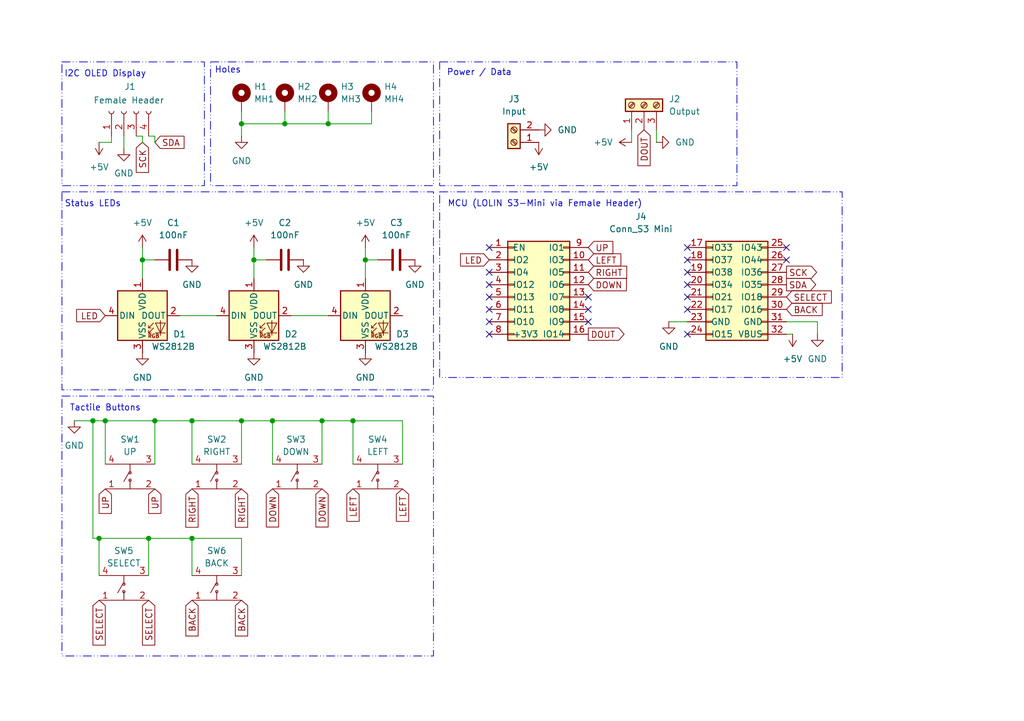
<source format=kicad_sch>
(kicad_sch (version 20250114) (generator "eeschema") (generator_version "9.0")
  (paper "A5")
  (title_block (title "System Control") (date "31.12.2025") (rev "MK2.1") (company "mars3142") (comment 3 "System Control Board for model railway") (comment 4 "Author: Peter Siegmund"))
  (lib_symbols
    (symbol "Connector:Conn_01x04_Socket" (pin_names (offset 1.016) (hide yes))
      (property "Reference" "J" (at 0 5.08 0))
      (property "Value" "Conn_01x04_Socket" (at 0 -7.62 0))
      (symbol "Conn_01x04_Socket_1_1"
        (polyline (pts (xy -1.27 2.54) (xy -0.508 2.54)) (stroke (width 0.1524)))
        (polyline (pts (xy -1.27 0) (xy -0.508 0)) (stroke (width 0.1524)))
        (polyline (pts (xy -1.27 -2.54) (xy -0.508 -2.54)) (stroke (width 0.1524)))
        (polyline (pts (xy -1.27 -5.08) (xy -0.508 -5.08)) (stroke (width 0.1524)))
        (arc (start 0 2.032) (mid -0.5058 2.54) (end 0 3.048) (stroke (width 0.1524)))
        (arc (start 0 -0.508) (mid -0.5058 0) (end 0 0.508) (stroke (width 0.1524)))
        (arc (start 0 -3.048) (mid -0.5058 -2.54) (end 0 -2.032) (stroke (width 0.1524)))
        (arc (start 0 -5.588) (mid -0.5058 -5.08) (end 0 -4.572) (stroke (width 0.1524)))
        (pin passive line (at -5.08 2.54 0) (length 3.81) (name "Pin_1") (number "1"))
        (pin passive line (at -5.08 0 0) (length 3.81) (name "Pin_2") (number "2"))
        (pin passive line (at -5.08 -2.54 0) (length 3.81) (name "Pin_3") (number "3"))
        (pin passive line (at -5.08 -5.08 0) (length 3.81) (name "Pin_4") (number "4"))
      )
    )
    (symbol "Connector:Screw_Terminal_01x02" (pin_names (offset 1.016) (hide yes))
      (property "Reference" "J" (at 0 2.54 0))
      (property "Value" "Screw_Terminal_01x02" (at 0 -5.08 0))
      (symbol "Screw_Terminal_01x02_1_1"
        (rectangle (start -1.27 1.27) (end 1.27 -3.81) (stroke (width 0.254)) (fill (type background)))
        (polyline (pts (xy -0.5334 0.3302) (xy 0.3302 -0.508)) (stroke (width 0.1524)))
        (polyline (pts (xy -0.5334 -2.2098) (xy 0.3302 -3.048)) (stroke (width 0.1524)))
        (polyline (pts (xy -0.3556 0.508) (xy 0.508 -0.3302)) (stroke (width 0.1524)))
        (polyline (pts (xy -0.3556 -2.032) (xy 0.508 -2.8702)) (stroke (width 0.1524)))
        (circle (center 0 0) (radius 0.635) (stroke (width 0.1524)))
        (circle (center 0 -2.54) (radius 0.635) (stroke (width 0.1524)))
        (pin passive line (at -5.08 0 0) (length 3.81) (name "Pin_1") (number "1"))
        (pin passive line (at -5.08 -2.54 0) (length 3.81) (name "Pin_2") (number "2"))
      )
    )
    (symbol "Connector:Screw_Terminal_01x03" (pin_names (offset 1.016) (hide yes))
      (property "Reference" "J" (at 0 5.08 0))
      (property "Value" "Screw_Terminal_01x03" (at 0 -5.08 0))
      (symbol "Screw_Terminal_01x03_1_1"
        (rectangle (start -1.27 3.81) (end 1.27 -3.81) (stroke (width 0.254)) (fill (type background)))
        (polyline (pts (xy -0.5334 2.8702) (xy 0.3302 2.032)) (stroke (width 0.1524)))
        (polyline (pts (xy -0.5334 0.3302) (xy 0.3302 -0.508)) (stroke (width 0.1524)))
        (polyline (pts (xy -0.5334 -2.2098) (xy 0.3302 -3.048)) (stroke (width 0.1524)))
        (polyline (pts (xy -0.3556 3.048) (xy 0.508 2.2098)) (stroke (width 0.1524)))
        (polyline (pts (xy -0.3556 0.508) (xy 0.508 -0.3302)) (stroke (width 0.1524)))
        (polyline (pts (xy -0.3556 -2.032) (xy 0.508 -2.8702)) (stroke (width 0.1524)))
        (circle (center 0 2.54) (radius 0.635) (stroke (width 0.1524)))
        (circle (center 0 0) (radius 0.635) (stroke (width 0.1524)))
        (circle (center 0 -2.54) (radius 0.635) (stroke (width 0.1524)))
        (pin passive line (at -5.08 2.54 0) (length 3.81) (name "Pin_1") (number "1"))
        (pin passive line (at -5.08 0 0) (length 3.81) (name "Pin_2") (number "2"))
        (pin passive line (at -5.08 -2.54 0) (length 3.81) (name "Pin_3") (number "3"))
      )
    )
    (symbol "Device:C" (pin_numbers (hide yes)) (pin_names (offset 0.254))
      (property "Reference" "C" (at 0.635 2.54 0))
      (property "Value" "C" (at 0.635 -2.54 0))
      (symbol "C_0_1"
        (polyline (pts (xy -2.032 0.762) (xy 2.032 0.762)) (stroke (width 0.508)))
        (polyline (pts (xy -2.032 -0.762) (xy 2.032 -0.762)) (stroke (width 0.508)))
      )
      (symbol "C_1_1"
        (pin passive line (at 0 3.81 270) (length 2.794) (name "~") (number "1"))
        (pin passive line (at 0 -3.81 90) (length 2.794) (name "~") (number "2"))
      )
    )
    (symbol "K2-6639DP-B4SW-04_1" (pin_names (hide yes))
      (property "Reference" "KEY" (at 0 7.62 0))
      (property "Value" "K2-6639DP-B4SW-04" (at 0 -7.62 0))
      (symbol "K2-6639DP-B4SW-04_1_0_1"
        (polyline (pts (xy -2.54 -2.54) (xy 2.54 -2.54)))
        (polyline (pts (xy -1.27 -1.02) (xy -0.25 0.76)))
        (polyline (pts (xy 0 2.54) (xy 0 0.76)))
        (circle (center 0 0.76) (radius 0.25))
        (circle (center 0 -0.76) (radius 0.25))
        (polyline (pts (xy 0 -1.52) (xy 0 -0.76)))
        (polyline (pts (xy 0 -2.54) (xy 0 -1.52)))
        (polyline (pts (xy 2.54 2.54) (xy -2.54 2.54)))
        (pin unspecified line (at -5.08 2.54 0) (length 2.54) (name "4") (number "4"))
        (pin unspecified line (at -5.08 -2.54 0) (length 2.54) (name "1") (number "1"))
        (pin unspecified line (at 5.08 2.54 180) (length 2.54) (name "3") (number "3"))
        (pin unspecified line (at 5.08 -2.54 180) (length 2.54) (name "2") (number "2"))
      )
    )
    (symbol "K2-6639DP-B4SW-04_2" (pin_names (hide yes))
      (property "Reference" "KEY" (at 0 7.62 0))
      (property "Value" "K2-6639DP-B4SW-04" (at 0 -7.62 0))
      (symbol "K2-6639DP-B4SW-04_2_0_1"
        (polyline (pts (xy -2.54 -2.54) (xy 2.54 -2.54)))
        (polyline (pts (xy -1.27 -1.02) (xy -0.25 0.76)))
        (polyline (pts (xy 0 2.54) (xy 0 0.76)))
        (circle (center 0 0.76) (radius 0.25))
        (circle (center 0 -0.76) (radius 0.25))
        (polyline (pts (xy 0 -1.52) (xy 0 -0.76)))
        (polyline (pts (xy 0 -2.54) (xy 0 -1.52)))
        (polyline (pts (xy 2.54 2.54) (xy -2.54 2.54)))
        (pin unspecified line (at -5.08 2.54 0) (length 2.54) (name "4") (number "4"))
        (pin unspecified line (at -5.08 -2.54 0) (length 2.54) (name "1") (number "1"))
        (pin unspecified line (at 5.08 2.54 180) (length 2.54) (name "3") (number "3"))
        (pin unspecified line (at 5.08 -2.54 180) (length 2.54) (name "2") (number "2"))
      )
    )
    (symbol "K2-6639DP-B4SW-04_3" (pin_names (hide yes))
      (property "Reference" "KEY" (at 0 7.62 0))
      (property "Value" "K2-6639DP-B4SW-04" (at 0 -7.62 0))
      (symbol "K2-6639DP-B4SW-04_3_0_1"
        (polyline (pts (xy -2.54 -2.54) (xy 2.54 -2.54)))
        (polyline (pts (xy -1.27 -1.02) (xy -0.25 0.76)))
        (polyline (pts (xy 0 2.54) (xy 0 0.76)))
        (circle (center 0 0.76) (radius 0.25))
        (circle (center 0 -0.76) (radius 0.25))
        (polyline (pts (xy 0 -1.52) (xy 0 -0.76)))
        (polyline (pts (xy 0 -2.54) (xy 0 -1.52)))
        (polyline (pts (xy 2.54 2.54) (xy -2.54 2.54)))
        (pin unspecified line (at -5.08 2.54 0) (length 2.54) (name "4") (number "4"))
        (pin unspecified line (at -5.08 -2.54 0) (length 2.54) (name "1") (number "1"))
        (pin unspecified line (at 5.08 2.54 180) (length 2.54) (name "3") (number "3"))
        (pin unspecified line (at 5.08 -2.54 180) (length 2.54) (name "2") (number "2"))
      )
    )
    (symbol "K2-6639DP-B4SW-04_4" (pin_names (hide yes))
      (property "Reference" "KEY" (at 0 7.62 0))
      (property "Value" "K2-6639DP-B4SW-04" (at 0 -7.62 0))
      (symbol "K2-6639DP-B4SW-04_4_0_1"
        (polyline (pts (xy -2.54 -2.54) (xy 2.54 -2.54)))
        (polyline (pts (xy -1.27 -1.02) (xy -0.25 0.76)))
        (polyline (pts (xy 0 2.54) (xy 0 0.76)))
        (circle (center 0 0.76) (radius 0.25))
        (circle (center 0 -0.76) (radius 0.25))
        (polyline (pts (xy 0 -1.52) (xy 0 -0.76)))
        (polyline (pts (xy 0 -2.54) (xy 0 -1.52)))
        (polyline (pts (xy 2.54 2.54) (xy -2.54 2.54)))
        (pin unspecified line (at -5.08 2.54 0) (length 2.54) (name "4") (number "4"))
        (pin unspecified line (at -5.08 -2.54 0) (length 2.54) (name "1") (number "1"))
        (pin unspecified line (at 5.08 2.54 180) (length 2.54) (name "3") (number "3"))
        (pin unspecified line (at 5.08 -2.54 180) (length 2.54) (name "2") (number "2"))
      )
    )
    (symbol "K2-6639DP-B4SW-04_5" (pin_names (hide yes))
      (property "Reference" "KEY" (at 0 7.62 0))
      (property "Value" "K2-6639DP-B4SW-04" (at 0 -7.62 0))
      (symbol "K2-6639DP-B4SW-04_5_0_1"
        (polyline (pts (xy -2.54 -2.54) (xy 2.54 -2.54)))
        (polyline (pts (xy -1.27 -1.02) (xy -0.25 0.76)))
        (polyline (pts (xy 0 2.54) (xy 0 0.76)))
        (circle (center 0 0.76) (radius 0.25))
        (circle (center 0 -0.76) (radius 0.25))
        (polyline (pts (xy 0 -1.52) (xy 0 -0.76)))
        (polyline (pts (xy 0 -2.54) (xy 0 -1.52)))
        (polyline (pts (xy 2.54 2.54) (xy -2.54 2.54)))
        (pin unspecified line (at -5.08 2.54 0) (length 2.54) (name "4") (number "4"))
        (pin unspecified line (at -5.08 -2.54 0) (length 2.54) (name "1") (number "1"))
        (pin unspecified line (at 5.08 2.54 180) (length 2.54) (name "3") (number "3"))
        (pin unspecified line (at 5.08 -2.54 180) (length 2.54) (name "2") (number "2"))
      )
    )
    (symbol "LED:WS2812B" (pin_names (offset 0.254))
      (property "Reference" "D" (at 5.08 5.715 0))
      (property "Value" "WS2812B" (at 1.27 -5.715 0))
      (symbol "WS2812B_0_0"
        (text "RGB" (at 2.286 -4.191 0) (effects (font (size 0.762 0.762))))
      )
      (symbol "WS2812B_0_1"
        (polyline (pts (xy 1.27 -2.54) (xy 1.778 -2.54)))
        (polyline (pts (xy 1.27 -3.556) (xy 1.778 -3.556)))
        (polyline (pts (xy 2.286 -1.524) (xy 1.27 -2.54) (xy 1.27 -2.032)))
        (polyline (pts (xy 2.286 -2.54) (xy 1.27 -3.556) (xy 1.27 -3.048)))
        (polyline (pts (xy 3.683 -1.016) (xy 3.683 -3.556) (xy 3.683 -4.064)))
        (polyline (pts (xy 4.699 -1.524) (xy 2.667 -1.524) (xy 3.683 -3.556) (xy 4.699 -1.524)))
        (polyline (pts (xy 4.699 -3.556) (xy 2.667 -3.556)))
        (rectangle (start 5.08 5.08) (end -5.08 -5.08) (stroke (width 0.254)) (fill (type background)))
      )
      (symbol "WS2812B_1_1"
        (pin input line (at -7.62 0 0) (length 2.54) (name "DIN") (number "4"))
        (pin power_in line (at 0 7.62 270) (length 2.54) (name "VDD") (number "1"))
        (pin power_in line (at 0 -7.62 90) (length 2.54) (name "VSS") (number "3"))
        (pin output line (at 7.62 0 180) (length 2.54) (name "DOUT") (number "2"))
      )
    )
    (symbol "MountingHole_Pad_1" (pin_numbers (hide yes)) (pin_names (offset 1.016) (hide yes)) (in_bom no)
      (property "Reference" "H" (at 0 6.35 0))
      (property "Value" "MountingHole_Pad" (at 0 4.445 0))
      (symbol "MountingHole_Pad_1_0_1"
        (circle (center 0 1.27) (radius 1.27) (stroke (width 1.27)))
      )
      (symbol "MountingHole_Pad_1_1_1"
        (pin input line (at 0 -2.54 90) (length 2.54) (name "1") (number "1"))
      )
    )
    (symbol "easyeda2kicad:K2-6639DP-B4SW-04" (pin_names (hide yes))
      (property "Reference" "KEY" (at 0 7.62 0))
      (property "Value" "K2-6639DP-B4SW-04" (at 0 -7.62 0))
      (symbol "K2-6639DP-B4SW-04_0_1"
        (polyline (pts (xy -2.54 -2.54) (xy 2.54 -2.54)))
        (polyline (pts (xy -1.27 -1.02) (xy -0.25 0.76)))
        (polyline (pts (xy 0 2.54) (xy 0 0.76)))
        (circle (center 0 0.76) (radius 0.25))
        (circle (center 0 -0.76) (radius 0.25))
        (polyline (pts (xy 0 -1.52) (xy 0 -0.76)))
        (polyline (pts (xy 0 -2.54) (xy 0 -1.52)))
        (polyline (pts (xy 2.54 2.54) (xy -2.54 2.54)))
        (pin unspecified line (at -5.08 2.54 0) (length 2.54) (name "4") (number "4"))
        (pin unspecified line (at -5.08 -2.54 0) (length 2.54) (name "1") (number "1"))
        (pin unspecified line (at 5.08 2.54 180) (length 2.54) (name "3") (number "3"))
        (pin unspecified line (at 5.08 -2.54 180) (length 2.54) (name "2") (number "2"))
      )
    )
    (symbol "power:+5V" (power) (pin_numbers (hide yes)) (pin_names (offset 0) (hide yes))
      (property "Value" "+5V" (at 0 3.556 0))
      (symbol "+5V_0_1"
        (polyline (pts (xy -0.762 1.27) (xy 0 2.54)))
        (polyline (pts (xy 0 2.54) (xy 0.762 1.27)))
        (polyline (pts (xy 0 0) (xy 0 2.54)))
      )
      (symbol "+5V_1_1"
        (pin power_in line (at 0 0 90) (length 0) (name "~") (number "1"))
      )
    )
    (symbol "power:GND" (power) (pin_numbers (hide yes)) (pin_names (offset 0) (hide yes))
      (property "Value" "GND" (at 0 -3.81 0))
      (symbol "GND_0_1"
        (polyline (pts (xy 0 0) (xy 0 -1.27) (xy 1.27 -1.27) (xy 0 -2.54) (xy -1.27 -1.27) (xy 0 -1.27)))
      )
      (symbol "GND_1_1"
        (pin power_in line (at 0 0 270) (length 0) (name "~") (number "1"))
      )
    )
    (symbol "wemos:Conn_S3 Mini" (pin_names (offset 1.016))
      (property "Reference" "J4" (at 0.635 13.97 0))
      (property "Value" "Conn_S3 Mini" (at 0.635 11.43 0))
      (symbol "Conn_S3 Mini_1_1"
        (rectangle (start -26.67 8.89) (end -13.97 -11.43) (stroke (width 0.254)) (fill (type background)))
        (rectangle (start -26.67 7.747) (end -25.4 7.493) (stroke (width 0.1524)))
        (rectangle (start -26.67 5.207) (end -25.4 4.953) (stroke (width 0.1524)))
        (rectangle (start -26.67 2.667) (end -25.4 2.413) (stroke (width 0.1524)))
        (rectangle (start -26.67 0.127) (end -25.4 -0.127) (stroke (width 0.1524)))
        (rectangle (start -26.67 -2.413) (end -25.4 -2.667) (stroke (width 0.1524)))
        (rectangle (start -26.67 -4.953) (end -25.4 -5.207) (stroke (width 0.1524)))
        (rectangle (start -26.67 -7.493) (end -25.4 -7.747) (stroke (width 0.1524)))
        (rectangle (start -26.67 -10.033) (end -25.4 -10.287) (stroke (width 0.1524)))
        (rectangle (start -15.24 7.747) (end -13.97 7.493) (stroke (width 0.1524)))
        (rectangle (start -13.97 5.207) (end -15.24 4.953) (stroke (width 0.1524)))
        (rectangle (start -13.97 2.667) (end -15.24 2.413) (stroke (width 0.1524)))
        (rectangle (start -13.97 0.127) (end -15.24 -0.127) (stroke (width 0.1524)))
        (rectangle (start -13.97 -2.413) (end -15.24 -2.667) (stroke (width 0.1524)))
        (rectangle (start -13.97 -4.953) (end -15.24 -5.207) (stroke (width 0.1524)))
        (rectangle (start -13.97 -7.493) (end -15.24 -7.747) (stroke (width 0.1524)))
        (rectangle (start -13.97 -10.033) (end -15.24 -10.287) (stroke (width 0.1524)))
        (rectangle (start 13.97 8.89) (end 26.67 -11.43) (stroke (width 0.254)) (fill (type background)))
        (rectangle (start 13.97 7.747) (end 15.24 7.493) (stroke (width 0.1524)))
        (rectangle (start 13.97 5.207) (end 15.24 4.953) (stroke (width 0.1524)))
        (rectangle (start 13.97 2.667) (end 15.24 2.413) (stroke (width 0.1524)))
        (rectangle (start 13.97 0.127) (end 15.24 -0.127) (stroke (width 0.1524)))
        (rectangle (start 13.97 -2.413) (end 15.24 -2.667) (stroke (width 0.1524)))
        (rectangle (start 13.97 -4.953) (end 15.24 -5.207) (stroke (width 0.1524)))
        (rectangle (start 13.97 -7.493) (end 15.24 -7.747) (stroke (width 0.1524)))
        (rectangle (start 13.97 -10.033) (end 15.24 -10.287) (stroke (width 0.1524)))
        (rectangle (start 25.4 7.747) (end 26.67 7.493) (stroke (width 0.1524)))
        (rectangle (start 25.4 5.207) (end 26.67 4.953) (stroke (width 0.1524)))
        (rectangle (start 25.4 2.667) (end 26.67 2.413) (stroke (width 0.1524)))
        (rectangle (start 25.4 0.127) (end 26.67 -0.127) (stroke (width 0.1524)))
        (rectangle (start 25.4 -2.413) (end 26.67 -2.667) (stroke (width 0.1524)))
        (rectangle (start 25.4 -4.953) (end 26.67 -5.207) (stroke (width 0.1524)))
        (rectangle (start 25.4 -7.493) (end 26.67 -7.747) (stroke (width 0.1524)))
        (rectangle (start 25.4 -10.033) (end 26.67 -10.287) (stroke (width 0.1524)))
        (pin bidirectional line (at -30.48 7.62 0) (length 3.81) (name "EN") (number "1"))
        (pin bidirectional line (at -30.48 5.08 0) (length 3.81) (name "IO2") (number "2"))
        (pin bidirectional line (at -30.48 2.54 0) (length 3.81) (name "IO4") (number "3"))
        (pin bidirectional line (at -30.48 0 0) (length 3.81) (name "IO12") (number "4"))
        (pin bidirectional line (at -30.48 -2.54 0) (length 3.81) (name "IO13") (number "5"))
        (pin bidirectional line (at -30.48 -5.08 0) (length 3.81) (name "IO11") (number "6"))
        (pin bidirectional line (at -30.48 -7.62 0) (length 3.81) (name "IO10") (number "7"))
        (pin power_in line (at -30.48 -10.16 0) (length 3.81) (name "+3V3") (number "8"))
        (pin bidirectional line (at -10.16 7.62 180) (length 3.81) (name "IO1") (number "9"))
        (pin bidirectional line (at -10.16 5.08 180) (length 3.81) (name "IO3") (number "10"))
        (pin bidirectional line (at -10.16 2.54 180) (length 3.81) (name "IO5") (number "11"))
        (pin bidirectional line (at -10.16 0 180) (length 3.81) (name "IO6") (number "12"))
        (pin bidirectional line (at -10.16 -2.54 180) (length 3.81) (name "IO7") (number "13"))
        (pin bidirectional line (at -10.16 -5.08 180) (length 3.81) (name "IO8") (number "14"))
        (pin bidirectional line (at -10.16 -7.62 180) (length 3.81) (name "IO9") (number "15"))
        (pin bidirectional line (at -10.16 -10.16 180) (length 3.81) (name "IO14") (number "16"))
        (pin bidirectional line (at 10.16 7.62 0) (length 3.81) (name "IO33") (number "17"))
        (pin bidirectional line (at 10.16 5.08 0) (length 3.81) (name "IO37") (number "18"))
        (pin bidirectional line (at 10.16 2.54 0) (length 3.81) (name "IO38") (number "19"))
        (pin bidirectional line (at 10.16 0 0) (length 3.81) (name "IO34") (number "20"))
        (pin bidirectional line (at 10.16 -2.54 0) (length 3.81) (name "IO21") (number "21"))
        (pin bidirectional line (at 10.16 -5.08 0) (length 3.81) (name "IO17") (number "22"))
        (pin power_in line (at 10.16 -7.62 0) (length 3.81) (name "GND") (number "23"))
        (pin bidirectional line (at 10.16 -10.16 0) (length 3.81) (name "IO15") (number "24"))
        (pin bidirectional line (at 30.48 7.62 180) (length 3.81) (name "IO43") (number "25"))
        (pin bidirectional line (at 30.48 5.08 180) (length 3.81) (name "IO44") (number "26"))
        (pin bidirectional line (at 30.48 2.54 180) (length 3.81) (name "IO36") (number "27"))
        (pin bidirectional line (at 30.48 0 180) (length 3.81) (name "IO35") (number "28"))
        (pin bidirectional line (at 30.48 -2.54 180) (length 3.81) (name "IO18") (number "29"))
        (pin bidirectional line (at 30.48 -5.08 180) (length 3.81) (name "IO16") (number "30"))
        (pin power_in line (at 30.48 -7.62 180) (length 3.81) (name "GND") (number "31"))
        (pin power_in line (at 30.48 -10.16 180) (length 3.81) (name "VBUS") (number "32"))
      )
    )
  )
  (rectangle (start 12.7 81.28) (end 88.9 134.62) (stroke (width 0) (type dash_dot_dot)))
  (rectangle (start 12.7 39.37) (end 88.9 80.01) (stroke (width 0) (type dash_dot_dot)))
  (rectangle (start 90.17 12.7) (end 151.13 38.1) (stroke (width 0) (type dash_dot_dot)))
  (rectangle (start 90.17 39.37) (end 172.72 77.47) (stroke (width 0) (type dash_dot_dot)))
  (rectangle (start 12.7 12.7) (end 41.91 38.1) (stroke (width 0) (type dash_dot_dot)))
  (rectangle (start 43.18 12.7) (end 88.9 38.1) (stroke (width 0) (type dash_dot_dot)))
  (text "MCU (LOLIN S3-Mini via Female Header)" (at 111.76 41.91 0) (effects (font (size 1.27 1.27))))
  (text "Holes" (at 46.736 14.478 0) (effects (font (size 1.27 1.27))))
  (text "Power / Data" (at 98.298 14.986 0) (effects (font (size 1.27 1.27))))
  (text "Status LEDs" (at 19.05 41.91 0) (effects (font (size 1.27 1.27))))
  (text "Tactile Buttons" (at 21.59 83.82 0) (effects (font (size 1.27 1.27))))
  (text "I2C OLED Display" (at 21.59 15.24 0) (effects (font (size 1.27 1.27))))
  (junction (at 29.21 53.34))
  (junction (at 49.53 25.4))
  (junction (at 30.48 110.49))
  (junction (at 39.37 110.49))
  (junction (at 39.37 86.36))
  (junction (at 72.39 86.36))
  (junction (at 66.04 86.36))
  (junction (at 67.31 25.4))
  (junction (at 19.05 86.36))
  (junction (at 55.88 86.36))
  (junction (at 49.53 86.36))
  (junction (at 21.59 86.36))
  (junction (at 74.93 53.34))
  (junction (at 31.75 86.36))
  (junction (at 20.32 110.49))
  (junction (at 52.07 53.34))
  (junction (at 58.42 25.4))
  (no_connect (at 100.33 63.5))
  (no_connect (at 140.97 68.58))
  (no_connect (at 100.33 68.58))
  (no_connect (at 140.97 63.5))
  (no_connect (at 161.29 50.8))
  (no_connect (at 100.33 66.04))
  (no_connect (at 140.97 58.42))
  (no_connect (at 140.97 55.88))
  (no_connect (at 100.33 55.88))
  (no_connect (at 100.33 60.96))
  (no_connect (at 161.29 53.34))
  (no_connect (at 100.33 50.8))
  (no_connect (at 120.65 66.04))
  (no_connect (at 140.97 50.8))
  (no_connect (at 140.97 53.34))
  (no_connect (at 120.65 63.5))
  (no_connect (at 100.33 58.42))
  (no_connect (at 140.97 60.96))
  (no_connect (at 120.65 60.96))
  (wire (pts (xy 20.32 110.49) (xy 20.32 118.11)))
  (wire (pts (xy 74.93 53.34) (xy 77.47 53.34)))
  (wire (pts (xy 20.32 110.49) (xy 19.05 110.49)))
  (wire (pts (xy 58.42 25.4) (xy 67.31 25.4)))
  (wire (pts (xy 20.32 29.21) (xy 22.86 29.21)))
  (wire (pts (xy 161.29 68.58) (xy 162.56 68.58)))
  (wire (pts (xy 27.94 27.94) (xy 29.21 27.94)))
  (wire (pts (xy 29.21 53.34) (xy 31.75 53.34)))
  (wire (pts (xy 21.59 86.36) (xy 31.75 86.36)))
  (wire (pts (xy 66.04 86.36) (xy 66.04 95.25)))
  (wire (pts (xy 29.21 53.34) (xy 29.21 57.15)))
  (wire (pts (xy 36.83 64.77) (xy 44.45 64.77)))
  (wire (pts (xy 39.37 110.49) (xy 30.48 110.49)))
  (wire (pts (xy 39.37 110.49) (xy 39.37 118.11)))
  (wire (pts (xy 31.75 27.94) (xy 31.75 29.21)))
  (wire (pts (xy 19.05 86.36) (xy 21.59 86.36)))
  (wire (pts (xy 82.55 95.25) (xy 82.55 86.36)))
  (wire (pts (xy 129.54 26.67) (xy 129.54 29.21)))
  (wire (pts (xy 72.39 86.36) (xy 82.55 86.36)))
  (wire (pts (xy 58.42 22.86) (xy 58.42 25.4)))
  (wire (pts (xy 49.53 110.49) (xy 39.37 110.49)))
  (wire (pts (xy 29.21 50.8) (xy 29.21 53.34)))
  (wire (pts (xy 52.07 50.8) (xy 52.07 53.34)))
  (wire (pts (xy 39.37 86.36) (xy 39.37 95.25)))
  (wire (pts (xy 67.31 22.86) (xy 67.31 25.4)))
  (wire (pts (xy 19.05 86.36) (xy 19.05 110.49)))
  (wire (pts (xy 49.53 25.4) (xy 58.42 25.4)))
  (wire (pts (xy 66.04 86.36) (xy 72.39 86.36)))
  (wire (pts (xy 72.39 86.36) (xy 72.39 95.25)))
  (wire (pts (xy 55.88 86.36) (xy 66.04 86.36)))
  (wire (pts (xy 59.69 64.77) (xy 67.31 64.77)))
  (wire (pts (xy 161.29 66.04) (xy 167.64 66.04)))
  (wire (pts (xy 49.53 86.36) (xy 49.53 95.25)))
  (wire (pts (xy 167.64 66.04) (xy 167.64 68.58)))
  (wire (pts (xy 39.37 86.36) (xy 49.53 86.36)))
  (wire (pts (xy 52.07 53.34) (xy 54.61 53.34)))
  (wire (pts (xy 76.2 22.86) (xy 76.2 25.4)))
  (wire (pts (xy 134.62 26.67) (xy 134.62 29.21)))
  (wire (pts (xy 22.86 27.94) (xy 22.86 29.21)))
  (wire (pts (xy 31.75 86.36) (xy 39.37 86.36)))
  (wire (pts (xy 15.24 86.36) (xy 19.05 86.36)))
  (wire (pts (xy 137.16 66.04) (xy 140.97 66.04)))
  (wire (pts (xy 74.93 53.34) (xy 74.93 57.15)))
  (wire (pts (xy 55.88 86.36) (xy 55.88 95.25)))
  (wire (pts (xy 49.53 22.86) (xy 49.53 25.4)))
  (wire (pts (xy 52.07 53.34) (xy 52.07 57.15)))
  (wire (pts (xy 30.48 110.49) (xy 30.48 118.11)))
  (wire (pts (xy 21.59 86.36) (xy 21.59 95.25)))
  (wire (pts (xy 49.53 25.4) (xy 49.53 27.94)))
  (wire (pts (xy 29.21 27.94) (xy 29.21 29.21)))
  (wire (pts (xy 49.53 86.36) (xy 55.88 86.36)))
  (wire (pts (xy 31.75 95.25) (xy 31.75 86.36)))
  (wire (pts (xy 30.48 27.94) (xy 31.75 27.94)))
  (wire (pts (xy 67.31 25.4) (xy 76.2 25.4)))
  (wire (pts (xy 49.53 118.11) (xy 49.53 110.49)))
  (wire (pts (xy 74.93 50.8) (xy 74.93 53.34)))
  (wire (pts (xy 30.48 110.49) (xy 20.32 110.49)))
  (wire (pts (xy 25.4 27.94) (xy 25.4 30.48)))
  (global_label "BACK" (shape input) (at 161.29 63.5 0) (property "Intersheetrefs" "${INTERSHEET_REFS}" (effects (hide yes))))
  (global_label "BACK" (shape input) (at 49.53 123.19 270) (property "Intersheetrefs" "${INTERSHEET_REFS}" (effects (hide yes))))
  (global_label "RIGHT" (shape input) (at 49.53 100.33 270) (property "Intersheetrefs" "${INTERSHEET_REFS}" (effects (hide yes))))
  (global_label "UP" (shape input) (at 120.65 50.8 0) (property "Intersheetrefs" "${INTERSHEET_REFS}" (effects (hide yes))))
  (global_label "SELECT" (shape input) (at 30.48 123.19 270) (property "Intersheetrefs" "${INTERSHEET_REFS}" (effects (hide yes))))
  (global_label "SDA" (shape input) (at 31.75 29.21 0) (property "Intersheetrefs" "${INTERSHEET_REFS}" (effects (hide yes))))
  (global_label "LED" (shape input) (at 21.59 64.77 180) (property "Intersheetrefs" "${INTERSHEET_REFS}" (effects (hide yes))))
  (global_label "SCK" (shape input) (at 29.21 29.21 270) (property "Intersheetrefs" "${INTERSHEET_REFS}" (effects (hide yes))))
  (global_label "UP" (shape input) (at 31.75 100.33 270) (property "Intersheetrefs" "${INTERSHEET_REFS}" (effects (hide yes))))
  (global_label "LEFT" (shape input) (at 72.39 100.33 270) (property "Intersheetrefs" "${INTERSHEET_REFS}" (effects (hide yes))))
  (global_label "DOUT" (shape input) (at 132.08 26.67 270) (property "Intersheetrefs" "${INTERSHEET_REFS}" (effects (hide yes))))
  (global_label "LED" (shape input) (at 100.33 53.34 180) (property "Intersheetrefs" "${INTERSHEET_REFS}" (effects (hide yes))))
  (global_label "DOWN" (shape input) (at 66.04 100.33 270) (property "Intersheetrefs" "${INTERSHEET_REFS}" (effects (hide yes))))
  (global_label "LEFT" (shape input) (at 82.55 100.33 270) (property "Intersheetrefs" "${INTERSHEET_REFS}" (effects (hide yes))))
  (global_label "UP" (shape input) (at 21.59 100.33 270) (property "Intersheetrefs" "${INTERSHEET_REFS}" (effects (hide yes))))
  (global_label "DOUT" (shape output) (at 120.65 68.58 0) (property "Intersheetrefs" "${INTERSHEET_REFS}" (effects (hide yes))))
  (global_label "SELECT" (shape input) (at 161.29 60.96 0) (property "Intersheetrefs" "${INTERSHEET_REFS}" (effects (hide yes))))
  (global_label "BACK" (shape input) (at 39.37 123.19 270) (property "Intersheetrefs" "${INTERSHEET_REFS}" (effects (hide yes))))
  (global_label "RIGHT" (shape input) (at 120.65 55.88 0) (property "Intersheetrefs" "${INTERSHEET_REFS}" (effects (hide yes))))
  (global_label "DOWN" (shape input) (at 120.65 58.42 0) (property "Intersheetrefs" "${INTERSHEET_REFS}" (effects (hide yes))))
  (global_label "SELECT" (shape input) (at 20.32 123.19 270) (property "Intersheetrefs" "${INTERSHEET_REFS}" (effects (hide yes))))
  (global_label "SCK" (shape output) (at 161.29 55.88 0) (property "Intersheetrefs" "${INTERSHEET_REFS}" (effects (hide yes))))
  (global_label "DOWN" (shape input) (at 55.88 100.33 270) (property "Intersheetrefs" "${INTERSHEET_REFS}" (effects (hide yes))))
  (global_label "RIGHT" (shape input) (at 39.37 100.33 270) (property "Intersheetrefs" "${INTERSHEET_REFS}" (effects (hide yes))))
  (global_label "SDA" (shape output) (at 161.29 58.42 0) (property "Intersheetrefs" "${INTERSHEET_REFS}" (effects (hide yes))))
  (global_label "LEFT" (shape input) (at 120.65 53.34 0) (property "Intersheetrefs" "${INTERSHEET_REFS}" (effects (hide yes))))
  (symbol (lib_id "Device:C") (at 58.42 53.34 90) (unit 1)
    (property "Reference" "C2" (at 58.42 45.72 90))
    (property "Value" "100nF" (at 58.42 48.26 90))
    (property "Footprint" "Capacitor_SMD:C_0805_2012Metric_Pad1.18x1.45mm_HandSolder" (effects (hide yes)))
    (property "Description" "Unpolarized capacitor" (effects (hide yes)))
    (property "LCSC" "C1711" (effects (hide yes)))
  )
  (symbol (lib_id "LED:WS2812B") (at 29.21 64.77 0) (unit 1)
    (property "Reference" "D1" (at 36.83 68.58 0))
    (property "Value" "WS2812B" (at 35.56 71.12 0))
    (property "Footprint" "LED_SMD:LED_WS2812B_PLCC4_5.0x5.0mm_P3.2mm" (effects (hide yes)))
    (property "Datasheet" "https://cdn-shop.adafruit.com/datasheets/WS2812B.pdf" (effects (hide yes)))
    (property "Description" "RGB LED with integrated controller" (effects (hide yes)))
    (property "LCSC" "C22371521" (effects (hide yes)))
  )
  (symbol (lib_name "MountingHole_Pad_1") (lib_id "Mechanical:MountingHole_Pad") (at 76.2 20.32 0) (unit 1) (in_bom no)
    (property "Reference" "H4" (at 78.74 17.7799 0) (effects (justify left)))
    (property "Value" "MH4" (at 78.74 20.3199 0) (effects (justify left)))
    (property "Footprint" "MountingHole:MountingHole_2.2mm_M2_Pad_Via" (effects (hide yes)))
    (property "Description" "Mounting Hole with connection" (effects (hide yes)))
  )
  (symbol (lib_name "K2-6639DP-B4SW-04_5") (lib_id "easyeda2kicad:K2-6639DP-B4SW-04") (at 25.4 120.65 0) (unit 1)
    (property "Reference" "SW5" (at 25.4 113.03 0))
    (property "Value" "SELECT" (at 25.4 115.57 0))
    (property "Footprint" "easyeda2kicad:KEY-TH_4P-L6.0-W6.0-P3.90-LS7.8" (effects (hide yes)))
    (property "Datasheet" "https://lcsc.com/product-detail/Tactile-Switches_6x6x4-5mm_C83205.html" (effects (hide yes)))
    (property "Description" "Push button switch, generic, separate symbols, four pins" (effects (hide yes)))
    (property "LCSC Part" "C83205" (effects (hide yes)))
    (property "LCSC" "C83205" (effects (hide yes)))
  )
  (symbol (lib_id "power:GND") (at 62.23 53.34 0) (unit 1)
    (property "Reference" "#PWR017" (effects (hide yes)))
    (property "Value" "GND" (at 62.23 58.42 0))
    (property "Description" "Power symbol creates a global label with name \"GND\" , ground" (effects (hide yes)))
  )
  (symbol (lib_id "power:+5V") (at 20.32 29.21 180) (unit 1)
    (property "Reference" "#PWR02" (effects (hide yes)))
    (property "Value" "+5V" (at 20.32 34.29 0))
    (property "Description" "Power symbol creates a global label with name \"+5V\"" (effects (hide yes)))
  )
  (symbol (lib_name "K2-6639DP-B4SW-04_3") (lib_id "easyeda2kicad:K2-6639DP-B4SW-04") (at 60.96 97.79 0) (unit 1)
    (property "Reference" "SW3" (at 60.706 90.17 0))
    (property "Value" "DOWN" (at 60.706 92.71 0))
    (property "Footprint" "easyeda2kicad:KEY-TH_4P-L6.0-W6.0-P3.90-LS7.8" (effects (hide yes)))
    (property "Datasheet" "https://lcsc.com/product-detail/Tactile-Switches_6x6x4-5mm_C83205.html" (effects (hide yes)))
    (property "Description" "Push button switch, generic, separate symbols, four pins" (effects (hide yes)))
    (property "LCSC Part" "C83205" (effects (hide yes)))
    (property "LCSC" "C83205" (effects (hide yes)))
  )
  (symbol (lib_id "power:GND") (at 52.07 72.39 0) (unit 1)
    (property "Reference" "#PWR014" (effects (hide yes)))
    (property "Value" "GND" (at 52.07 77.47 0))
    (property "Description" "Power symbol creates a global label with name \"GND\" , ground" (effects (hide yes)))
  )
  (symbol (lib_name "K2-6639DP-B4SW-04_1") (lib_id "easyeda2kicad:K2-6639DP-B4SW-04") (at 26.67 97.79 0) (unit 1)
    (property "Reference" "SW1" (at 26.67 90.17 0))
    (property "Value" "UP" (at 26.67 92.71 0))
    (property "Footprint" "easyeda2kicad:KEY-TH_4P-L6.0-W6.0-P3.90-LS7.8" (effects (hide yes)))
    (property "Datasheet" "https://lcsc.com/product-detail/Tactile-Switches_6x6x4-5mm_C83205.html" (effects (hide yes)))
    (property "Description" "Push button switch, generic, separate symbols, four pins" (effects (hide yes)))
    (property "LCSC Part" "C83205" (effects (hide yes)))
    (property "LCSC" "C83205" (effects (hide yes)))
  )
  (symbol (lib_id "Connector:Screw_Terminal_01x03") (at 132.08 21.59 90) (unit 1)
    (property "Reference" "J2" (at 137.16 20.3199 90) (effects (justify right)))
    (property "Value" "Output" (at 137.16 22.8599 90) (effects (justify right)))
    (property "Footprint" "TerminalBlock_Phoenix:TerminalBlock_Phoenix_MKDS-1,5-3_1x03_P5.00mm_Horizontal" (effects (hide yes)))
    (property "Description" "Generic screw terminal, single row, 01x03, script generated (kicad-library-utils/schlib/autogen/connector/)" (effects (hide yes)))
    (property "LCSC Part" "C5188435" (effects (hide yes)))
    (property "LCSC" "C5188435" (effects (hide yes)))
  )
  (symbol (lib_id "power:GND") (at 29.21 72.39 0) (unit 1)
    (property "Reference" "#PWR010" (effects (hide yes)))
    (property "Value" "GND" (at 29.21 77.47 0))
    (property "Description" "Power symbol creates a global label with name \"GND\" , ground" (effects (hide yes)))
  )
  (symbol (lib_id "power:+5V") (at 74.93 50.8 0) (unit 1)
    (property "Reference" "#PWR020" (effects (hide yes)))
    (property "Value" "+5V" (at 74.93 45.72 0))
    (property "Description" "Power symbol creates a global label with name \"+5V\"" (effects (hide yes)))
  )
  (symbol (lib_id "power:GND") (at 134.62 29.21 90) (unit 1)
    (property "Reference" "#PWR07" (effects (hide yes)))
    (property "Value" "GND" (at 138.43 29.21 90) (effects (justify right)))
    (property "Description" "Power symbol creates a global label with name \"GND\" , ground" (effects (hide yes)))
  )
  (symbol (lib_id "power:+5V") (at 110.49 29.21 180) (unit 1)
    (property "Reference" "#PWR05" (effects (hide yes)))
    (property "Value" "+5V" (at 110.49 34.29 0))
    (property "Description" "Power symbol creates a global label with name \"+5V\"" (effects (hide yes)))
  )
  (symbol (lib_id "power:GND") (at 49.53 27.94 0) (unit 1)
    (property "Reference" "#PWR03" (effects (hide yes)))
    (property "Value" "GND" (at 49.53 33.02 0))
    (property "Description" "Power symbol creates a global label with name \"GND\" , ground" (effects (hide yes)))
  )
  (symbol (lib_name "MountingHole_Pad_1") (lib_id "Mechanical:MountingHole_Pad") (at 49.53 20.32 0) (unit 1) (in_bom no)
    (property "Reference" "H1" (at 52.07 17.7799 0) (effects (justify left)))
    (property "Value" "MH1" (at 52.07 20.3199 0) (effects (justify left)))
    (property "Footprint" "MountingHole:MountingHole_2.2mm_M2_Pad_Via" (effects (hide yes)))
    (property "Description" "Mounting Hole with connection" (effects (hide yes)))
  )
  (symbol (lib_id "Device:C") (at 81.28 53.34 90) (unit 1)
    (property "Reference" "C3" (at 81.28 45.72 90))
    (property "Value" "100nF" (at 81.28 48.26 90))
    (property "Footprint" "Capacitor_SMD:C_0805_2012Metric_Pad1.18x1.45mm_HandSolder" (effects (hide yes)))
    (property "Description" "Unpolarized capacitor" (effects (hide yes)))
    (property "LCSC" "C1711" (effects (hide yes)))
  )
  (symbol (lib_id "power:GND") (at 85.09 53.34 0) (unit 1)
    (property "Reference" "#PWR018" (effects (hide yes)))
    (property "Value" "GND" (at 85.09 58.42 0))
    (property "Description" "Power symbol creates a global label with name \"GND\" , ground" (effects (hide yes)))
  )
  (symbol (lib_id "power:GND") (at 15.24 86.36 0) (unit 1)
    (property "Reference" "#PWR013" (effects (hide yes)))
    (property "Value" "GND" (at 15.24 91.44 0))
    (property "Description" "Power symbol creates a global label with name \"GND\" , ground" (effects (hide yes)))
  )
  (symbol (lib_id "wemos:Conn_S3 Mini") (at 130.81 58.42 0) (unit 1)
    (property "Reference" "J4" (at 131.445 44.45 0))
    (property "Value" "Conn_S3 Mini" (at 131.445 46.99 0))
    (property "Footprint" "wemos:PinSocket_S3 Mini" (effects (hide yes)))
    (property "Description" "Connector for S3 Mini" (effects (hide yes)))
    (property "LCSC Part" "C18722935" (effects (hide yes)))
    (property "LCSC" "C18722935" (effects (hide yes)))
  )
  (symbol (lib_id "power:GND") (at 167.64 68.58 0) (unit 1)
    (property "Reference" "#PWR012" (effects (hide yes)))
    (property "Value" "GND" (at 167.64 73.66 0))
    (property "Description" "Power symbol creates a global label with name \"GND\" , ground" (effects (hide yes)))
  )
  (symbol (lib_id "power:GND") (at 25.4 30.48 0) (unit 1)
    (property "Reference" "#PWR04" (effects (hide yes)))
    (property "Value" "GND" (at 25.4 35.56 0))
    (property "Description" "Power symbol creates a global label with name \"GND\" , ground" (effects (hide yes)))
  )
  (symbol (lib_name "K2-6639DP-B4SW-04_2") (lib_id "easyeda2kicad:K2-6639DP-B4SW-04") (at 44.45 97.79 0) (unit 1)
    (property "Reference" "SW2" (at 44.45 90.17 0))
    (property "Value" "RIGHT" (at 44.45 92.71 0))
    (property "Footprint" "easyeda2kicad:KEY-TH_4P-L6.0-W6.0-P3.90-LS7.8" (effects (hide yes)))
    (property "Datasheet" "https://lcsc.com/product-detail/Tactile-Switches_6x6x4-5mm_C83205.html" (effects (hide yes)))
    (property "Description" "Push button switch, generic, separate symbols, four pins" (effects (hide yes)))
    (property "LCSC Part" "C83205" (effects (hide yes)))
    (property "LCSC" "C83205" (effects (hide yes)))
  )
  (symbol (lib_name "MountingHole_Pad_1") (lib_id "Mechanical:MountingHole_Pad") (at 58.42 20.32 0) (unit 1) (in_bom no)
    (property "Reference" "H2" (at 60.96 17.7799 0) (effects (justify left)))
    (property "Value" "MH2" (at 60.96 20.3199 0) (effects (justify left)))
    (property "Footprint" "MountingHole:MountingHole_2.2mm_M2_Pad_Via" (effects (hide yes)))
    (property "Description" "Mounting Hole with connection" (effects (hide yes)))
  )
  (symbol (lib_id "LED:WS2812B") (at 74.93 64.77 0) (unit 1)
    (property "Reference" "D3" (at 82.55 68.58 0))
    (property "Value" "WS2812B" (at 81.28 71.12 0))
    (property "Footprint" "LED_SMD:LED_WS2812B_PLCC4_5.0x5.0mm_P3.2mm" (effects (hide yes)))
    (property "Datasheet" "https://cdn-shop.adafruit.com/datasheets/WS2812B.pdf" (effects (hide yes)))
    (property "Description" "RGB LED with integrated controller" (effects (hide yes)))
    (property "LCSC" "C22371521" (effects (hide yes)))
  )
  (symbol (lib_id "power:+5V") (at 162.56 68.58 180) (unit 1)
    (property "Reference" "#PWR011" (effects (hide yes)))
    (property "Value" "+5V" (at 162.56 73.66 0))
    (property "Description" "Power symbol creates a global label with name \"+5V\"" (effects (hide yes)))
  )
  (symbol (lib_id "power:+5V") (at 52.07 50.8 0) (unit 1)
    (property "Reference" "#PWR019" (effects (hide yes)))
    (property "Value" "+5V" (at 52.07 45.72 0))
    (property "Description" "Power symbol creates a global label with name \"+5V\"" (effects (hide yes)))
  )
  (symbol (lib_id "power:+5V") (at 29.21 50.8 0) (unit 1)
    (property "Reference" "#PWR08" (effects (hide yes)))
    (property "Value" "+5V" (at 29.21 45.72 0))
    (property "Description" "Power symbol creates a global label with name \"+5V\"" (effects (hide yes)))
  )
  (symbol (lib_id "power:GND") (at 110.49 26.67 90) (unit 1)
    (property "Reference" "#PWR01" (effects (hide yes)))
    (property "Value" "GND" (at 114.3 26.6699 90) (effects (justify right)))
    (property "Description" "Power symbol creates a global label with name \"GND\" , ground" (effects (hide yes)))
  )
  (symbol (lib_id "power:GND") (at 74.93 72.39 0) (unit 1)
    (property "Reference" "#PWR015" (effects (hide yes)))
    (property "Value" "GND" (at 74.93 77.47 0))
    (property "Description" "Power symbol creates a global label with name \"GND\" , ground" (effects (hide yes)))
  )
  (symbol (lib_id "Connector:Screw_Terminal_01x02") (at 105.41 29.21 180) (unit 1)
    (property "Reference" "J3" (at 105.41 20.32 0))
    (property "Value" "Input" (at 105.41 22.86 0))
    (property "Footprint" "TerminalBlock_Phoenix:TerminalBlock_Phoenix_MKDS-1,5-2_1x02_P5.00mm_Horizontal" (effects (hide yes)))
    (property "Description" "Generic screw terminal, single row, 01x02, script generated (kicad-library-utils/schlib/autogen/connector/)" (effects (hide yes)))
    (property "LCSC Part" "C5188434" (effects (hide yes)))
    (property "LCSC" "C5188434" (effects (hide yes)))
  )
  (symbol (lib_id "Device:C") (at 35.56 53.34 90) (unit 1)
    (property "Reference" "C1" (at 35.56 45.72 90))
    (property "Value" "100nF" (at 35.56 48.26 90))
    (property "Footprint" "Capacitor_SMD:C_0805_2012Metric_Pad1.18x1.45mm_HandSolder" (effects (hide yes)))
    (property "Description" "Unpolarized capacitor" (effects (hide yes)))
    (property "LCSC" "C1711" (effects (hide yes)))
  )
  (symbol (lib_id "power:+5V") (at 129.54 29.21 90) (unit 1)
    (property "Reference" "#PWR06" (effects (hide yes)))
    (property "Value" "+5V" (at 125.73 29.2099 90) (effects (justify left)))
    (property "Description" "Power symbol creates a global label with name \"+5V\"" (effects (hide yes)))
  )
  (symbol (lib_id "power:GND") (at 137.16 66.04 0) (unit 1)
    (property "Reference" "#PWR09" (effects (hide yes)))
    (property "Value" "GND" (at 137.16 71.12 0))
    (property "Description" "Power symbol creates a global label with name \"GND\" , ground" (effects (hide yes)))
  )
  (symbol (lib_id "power:GND") (at 39.37 53.34 0) (unit 1)
    (property "Reference" "#PWR016" (effects (hide yes)))
    (property "Value" "GND" (at 39.37 58.42 0))
    (property "Description" "Power symbol creates a global label with name \"GND\" , ground" (effects (hide yes)))
  )
  (symbol (lib_name "MountingHole_Pad_1") (lib_id "Mechanical:MountingHole_Pad") (at 67.31 20.32 0) (unit 1) (in_bom no)
    (property "Reference" "H3" (at 69.85 17.7799 0) (effects (justify left)))
    (property "Value" "MH3" (at 69.85 20.3199 0) (effects (justify left)))
    (property "Footprint" "MountingHole:MountingHole_2.2mm_M2_Pad_Via" (effects (hide yes)))
    (property "Description" "Mounting Hole with connection" (effects (hide yes)))
  )
  (symbol (lib_id "Connector:Conn_01x04_Socket") (at 25.4 22.86 90) (unit 1)
    (property "Reference" "J1" (at 26.67 17.78 90))
    (property "Value" "Female Header" (at 26.416 20.574 90))
    (property "Footprint" "Connector_PinSocket_2.54mm:PinSocket_1x04_P2.54mm_Vertical" (effects (hide yes)))
    (property "Description" "Generic connector, single row, 01x04, script generated" (effects (hide yes)))
    (property "LCSC" "C5116530" (effects (hide yes)))
  )
  (symbol (lib_id "easyeda2kicad:K2-6639DP-B4SW-04") (at 44.45 120.65 0) (unit 1)
    (property "Reference" "SW6" (at 44.45 113.03 0))
    (property "Value" "BACK" (at 44.45 115.57 0))
    (property "Footprint" "easyeda2kicad:KEY-TH_4P-L6.0-W6.0-P3.90-LS7.8" (effects (hide yes)))
    (property "Datasheet" "https://lcsc.com/product-detail/Tactile-Switches_6x6x4-5mm_C83205.html" (effects (hide yes)))
    (property "Description" "Push button switch, generic, separate symbols, four pins" (effects (hide yes)))
    (property "LCSC Part" "C83205" (effects (hide yes)))
    (property "LCSC" "C83205" (effects (hide yes)))
  )
  (symbol (lib_id "LED:WS2812B") (at 52.07 64.77 0) (unit 1)
    (property "Reference" "D2" (at 59.69 68.58 0))
    (property "Value" "WS2812B" (at 58.42 71.12 0))
    (property "Footprint" "LED_SMD:LED_WS2812B_PLCC4_5.0x5.0mm_P3.2mm" (effects (hide yes)))
    (property "Datasheet" "https://cdn-shop.adafruit.com/datasheets/WS2812B.pdf" (effects (hide yes)))
    (property "Description" "RGB LED with integrated controller" (effects (hide yes)))
    (property "LCSC" "C22371521" (effects (hide yes)))
  )
  (symbol (lib_name "K2-6639DP-B4SW-04_4") (lib_id "easyeda2kicad:K2-6639DP-B4SW-04") (at 77.47 97.79 0) (unit 1)
    (property "Reference" "SW4" (at 77.47 90.17 0))
    (property "Value" "LEFT" (at 77.47 92.71 0))
    (property "Footprint" "easyeda2kicad:KEY-TH_4P-L6.0-W6.0-P3.90-LS7.8" (effects (hide yes)))
    (property "Datasheet" "https://lcsc.com/product-detail/Tactile-Switches_6x6x4-5mm_C83205.html" (effects (hide yes)))
    (property "Description" "Push button switch, generic, separate symbols, four pins" (effects (hide yes)))
    (property "LCSC" "C83205" (effects (hide yes)))
    (property "LCSC Part" "C83205" (effects (hide yes)))
  )
)
</source>
